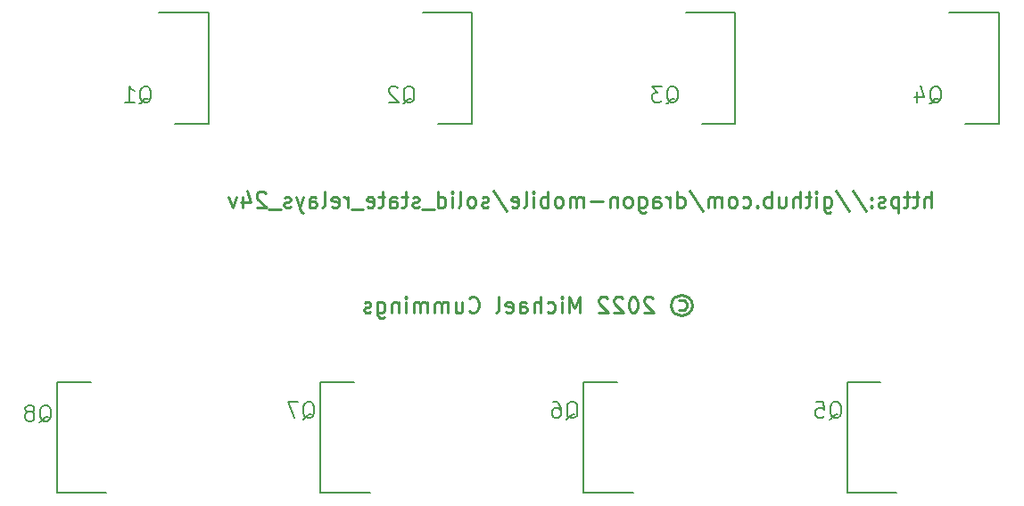
<source format=gbr>
G04 #@! TF.GenerationSoftware,KiCad,Pcbnew,(6.0.5)*
G04 #@! TF.CreationDate,2022-07-13T14:18:21-07:00*
G04 #@! TF.ProjectId,solid_state_relays_24v,736f6c69-645f-4737-9461-74655f72656c,0.0.10*
G04 #@! TF.SameCoordinates,PX2faf080PY8583b00*
G04 #@! TF.FileFunction,Legend,Bot*
G04 #@! TF.FilePolarity,Positive*
%FSLAX46Y46*%
G04 Gerber Fmt 4.6, Leading zero omitted, Abs format (unit mm)*
G04 Created by KiCad (PCBNEW (6.0.5)) date 2022-07-13 14:18:21*
%MOMM*%
%LPD*%
G01*
G04 APERTURE LIST*
%ADD10C,0.250000*%
%ADD11C,0.150000*%
%ADD12C,0.200000*%
G04 APERTURE END LIST*
D10*
X74285714Y40464286D02*
X74428571Y40535715D01*
X74714285Y40535715D01*
X74857142Y40464286D01*
X75000000Y40321429D01*
X75071428Y40178572D01*
X75071428Y39892858D01*
X75000000Y39750000D01*
X74857142Y39607143D01*
X74714285Y39535715D01*
X74428571Y39535715D01*
X74285714Y39607143D01*
X74571428Y41035715D02*
X74928571Y40964286D01*
X75285714Y40750000D01*
X75500000Y40392858D01*
X75571428Y40035715D01*
X75500000Y39678572D01*
X75285714Y39321429D01*
X74928571Y39107143D01*
X74571428Y39035715D01*
X74214285Y39107143D01*
X73857142Y39321429D01*
X73642857Y39678572D01*
X73571428Y40035715D01*
X73642857Y40392858D01*
X73857142Y40750000D01*
X74214285Y40964286D01*
X74571428Y41035715D01*
X71857142Y40678572D02*
X71785714Y40750000D01*
X71642857Y40821429D01*
X71285714Y40821429D01*
X71142857Y40750000D01*
X71071428Y40678572D01*
X71000000Y40535715D01*
X71000000Y40392858D01*
X71071428Y40178572D01*
X71928571Y39321429D01*
X71000000Y39321429D01*
X70071428Y40821429D02*
X69928571Y40821429D01*
X69785714Y40750000D01*
X69714285Y40678572D01*
X69642857Y40535715D01*
X69571428Y40250000D01*
X69571428Y39892858D01*
X69642857Y39607143D01*
X69714285Y39464286D01*
X69785714Y39392858D01*
X69928571Y39321429D01*
X70071428Y39321429D01*
X70214285Y39392858D01*
X70285714Y39464286D01*
X70357142Y39607143D01*
X70428571Y39892858D01*
X70428571Y40250000D01*
X70357142Y40535715D01*
X70285714Y40678572D01*
X70214285Y40750000D01*
X70071428Y40821429D01*
X69000000Y40678572D02*
X68928571Y40750000D01*
X68785714Y40821429D01*
X68428571Y40821429D01*
X68285714Y40750000D01*
X68214285Y40678572D01*
X68142857Y40535715D01*
X68142857Y40392858D01*
X68214285Y40178572D01*
X69071428Y39321429D01*
X68142857Y39321429D01*
X67571428Y40678572D02*
X67500000Y40750000D01*
X67357142Y40821429D01*
X67000000Y40821429D01*
X66857142Y40750000D01*
X66785714Y40678572D01*
X66714285Y40535715D01*
X66714285Y40392858D01*
X66785714Y40178572D01*
X67642857Y39321429D01*
X66714285Y39321429D01*
X64928571Y39321429D02*
X64928571Y40821429D01*
X64428571Y39750000D01*
X63928571Y40821429D01*
X63928571Y39321429D01*
X63214285Y39321429D02*
X63214285Y40321429D01*
X63214285Y40821429D02*
X63285714Y40750000D01*
X63214285Y40678572D01*
X63142857Y40750000D01*
X63214285Y40821429D01*
X63214285Y40678572D01*
X61857142Y39392858D02*
X62000000Y39321429D01*
X62285714Y39321429D01*
X62428571Y39392858D01*
X62500000Y39464286D01*
X62571428Y39607143D01*
X62571428Y40035715D01*
X62500000Y40178572D01*
X62428571Y40250000D01*
X62285714Y40321429D01*
X62000000Y40321429D01*
X61857142Y40250000D01*
X61214285Y39321429D02*
X61214285Y40821429D01*
X60571428Y39321429D02*
X60571428Y40107143D01*
X60642857Y40250000D01*
X60785714Y40321429D01*
X61000000Y40321429D01*
X61142857Y40250000D01*
X61214285Y40178572D01*
X59214285Y39321429D02*
X59214285Y40107143D01*
X59285714Y40250000D01*
X59428571Y40321429D01*
X59714285Y40321429D01*
X59857142Y40250000D01*
X59214285Y39392858D02*
X59357142Y39321429D01*
X59714285Y39321429D01*
X59857142Y39392858D01*
X59928571Y39535715D01*
X59928571Y39678572D01*
X59857142Y39821429D01*
X59714285Y39892858D01*
X59357142Y39892858D01*
X59214285Y39964286D01*
X57928571Y39392858D02*
X58071428Y39321429D01*
X58357142Y39321429D01*
X58500000Y39392858D01*
X58571428Y39535715D01*
X58571428Y40107143D01*
X58500000Y40250000D01*
X58357142Y40321429D01*
X58071428Y40321429D01*
X57928571Y40250000D01*
X57857142Y40107143D01*
X57857142Y39964286D01*
X58571428Y39821429D01*
X57000000Y39321429D02*
X57142857Y39392858D01*
X57214285Y39535715D01*
X57214285Y40821429D01*
X54428571Y39464286D02*
X54500000Y39392858D01*
X54714285Y39321429D01*
X54857142Y39321429D01*
X55071428Y39392858D01*
X55214285Y39535715D01*
X55285714Y39678572D01*
X55357142Y39964286D01*
X55357142Y40178572D01*
X55285714Y40464286D01*
X55214285Y40607143D01*
X55071428Y40750000D01*
X54857142Y40821429D01*
X54714285Y40821429D01*
X54500000Y40750000D01*
X54428571Y40678572D01*
X53142857Y40321429D02*
X53142857Y39321429D01*
X53785714Y40321429D02*
X53785714Y39535715D01*
X53714285Y39392858D01*
X53571428Y39321429D01*
X53357142Y39321429D01*
X53214285Y39392858D01*
X53142857Y39464286D01*
X52428571Y39321429D02*
X52428571Y40321429D01*
X52428571Y40178572D02*
X52357142Y40250000D01*
X52214285Y40321429D01*
X52000000Y40321429D01*
X51857142Y40250000D01*
X51785714Y40107143D01*
X51785714Y39321429D01*
X51785714Y40107143D02*
X51714285Y40250000D01*
X51571428Y40321429D01*
X51357142Y40321429D01*
X51214285Y40250000D01*
X51142857Y40107143D01*
X51142857Y39321429D01*
X50428571Y39321429D02*
X50428571Y40321429D01*
X50428571Y40178572D02*
X50357142Y40250000D01*
X50214285Y40321429D01*
X50000000Y40321429D01*
X49857142Y40250000D01*
X49785714Y40107143D01*
X49785714Y39321429D01*
X49785714Y40107143D02*
X49714285Y40250000D01*
X49571428Y40321429D01*
X49357142Y40321429D01*
X49214285Y40250000D01*
X49142857Y40107143D01*
X49142857Y39321429D01*
X48428571Y39321429D02*
X48428571Y40321429D01*
X48428571Y40821429D02*
X48500000Y40750000D01*
X48428571Y40678572D01*
X48357142Y40750000D01*
X48428571Y40821429D01*
X48428571Y40678572D01*
X47714285Y40321429D02*
X47714285Y39321429D01*
X47714285Y40178572D02*
X47642857Y40250000D01*
X47500000Y40321429D01*
X47285714Y40321429D01*
X47142857Y40250000D01*
X47071428Y40107143D01*
X47071428Y39321429D01*
X45714285Y40321429D02*
X45714285Y39107143D01*
X45785714Y38964286D01*
X45857142Y38892858D01*
X46000000Y38821429D01*
X46214285Y38821429D01*
X46357142Y38892858D01*
X45714285Y39392858D02*
X45857142Y39321429D01*
X46142857Y39321429D01*
X46285714Y39392858D01*
X46357142Y39464286D01*
X46428571Y39607143D01*
X46428571Y40035715D01*
X46357142Y40178572D01*
X46285714Y40250000D01*
X46142857Y40321429D01*
X45857142Y40321429D01*
X45714285Y40250000D01*
X45071428Y39392858D02*
X44928571Y39321429D01*
X44642857Y39321429D01*
X44500000Y39392858D01*
X44428571Y39535715D01*
X44428571Y39607143D01*
X44500000Y39750000D01*
X44642857Y39821429D01*
X44857142Y39821429D01*
X45000000Y39892858D01*
X45071428Y40035715D01*
X45071428Y40107143D01*
X45000000Y40250000D01*
X44857142Y40321429D01*
X44642857Y40321429D01*
X44500000Y40250000D01*
X98250000Y49321429D02*
X98250000Y50821429D01*
X97607142Y49321429D02*
X97607142Y50107143D01*
X97678571Y50250000D01*
X97821428Y50321429D01*
X98035714Y50321429D01*
X98178571Y50250000D01*
X98250000Y50178572D01*
X97107142Y50321429D02*
X96535714Y50321429D01*
X96892857Y50821429D02*
X96892857Y49535715D01*
X96821428Y49392858D01*
X96678571Y49321429D01*
X96535714Y49321429D01*
X96250000Y50321429D02*
X95678571Y50321429D01*
X96035714Y50821429D02*
X96035714Y49535715D01*
X95964285Y49392858D01*
X95821428Y49321429D01*
X95678571Y49321429D01*
X95178571Y50321429D02*
X95178571Y48821429D01*
X95178571Y50250000D02*
X95035714Y50321429D01*
X94750000Y50321429D01*
X94607142Y50250000D01*
X94535714Y50178572D01*
X94464285Y50035715D01*
X94464285Y49607143D01*
X94535714Y49464286D01*
X94607142Y49392858D01*
X94750000Y49321429D01*
X95035714Y49321429D01*
X95178571Y49392858D01*
X93892857Y49392858D02*
X93750000Y49321429D01*
X93464285Y49321429D01*
X93321428Y49392858D01*
X93250000Y49535715D01*
X93250000Y49607143D01*
X93321428Y49750000D01*
X93464285Y49821429D01*
X93678571Y49821429D01*
X93821428Y49892858D01*
X93892857Y50035715D01*
X93892857Y50107143D01*
X93821428Y50250000D01*
X93678571Y50321429D01*
X93464285Y50321429D01*
X93321428Y50250000D01*
X92607142Y49464286D02*
X92535714Y49392858D01*
X92607142Y49321429D01*
X92678571Y49392858D01*
X92607142Y49464286D01*
X92607142Y49321429D01*
X92607142Y50250000D02*
X92535714Y50178572D01*
X92607142Y50107143D01*
X92678571Y50178572D01*
X92607142Y50250000D01*
X92607142Y50107143D01*
X90821428Y50892858D02*
X92107142Y48964286D01*
X89250000Y50892858D02*
X90535714Y48964286D01*
X88107142Y50321429D02*
X88107142Y49107143D01*
X88178571Y48964286D01*
X88249999Y48892858D01*
X88392857Y48821429D01*
X88607142Y48821429D01*
X88749999Y48892858D01*
X88107142Y49392858D02*
X88249999Y49321429D01*
X88535714Y49321429D01*
X88678571Y49392858D01*
X88749999Y49464286D01*
X88821428Y49607143D01*
X88821428Y50035715D01*
X88749999Y50178572D01*
X88678571Y50250000D01*
X88535714Y50321429D01*
X88249999Y50321429D01*
X88107142Y50250000D01*
X87392857Y49321429D02*
X87392857Y50321429D01*
X87392857Y50821429D02*
X87464285Y50750000D01*
X87392857Y50678572D01*
X87321428Y50750000D01*
X87392857Y50821429D01*
X87392857Y50678572D01*
X86892857Y50321429D02*
X86321428Y50321429D01*
X86678571Y50821429D02*
X86678571Y49535715D01*
X86607142Y49392858D01*
X86464285Y49321429D01*
X86321428Y49321429D01*
X85821428Y49321429D02*
X85821428Y50821429D01*
X85178571Y49321429D02*
X85178571Y50107143D01*
X85249999Y50250000D01*
X85392857Y50321429D01*
X85607142Y50321429D01*
X85749999Y50250000D01*
X85821428Y50178572D01*
X83821428Y50321429D02*
X83821428Y49321429D01*
X84464285Y50321429D02*
X84464285Y49535715D01*
X84392857Y49392858D01*
X84249999Y49321429D01*
X84035714Y49321429D01*
X83892857Y49392858D01*
X83821428Y49464286D01*
X83107142Y49321429D02*
X83107142Y50821429D01*
X83107142Y50250000D02*
X82964285Y50321429D01*
X82678571Y50321429D01*
X82535714Y50250000D01*
X82464285Y50178572D01*
X82392857Y50035715D01*
X82392857Y49607143D01*
X82464285Y49464286D01*
X82535714Y49392858D01*
X82678571Y49321429D01*
X82964285Y49321429D01*
X83107142Y49392858D01*
X81749999Y49464286D02*
X81678571Y49392858D01*
X81749999Y49321429D01*
X81821428Y49392858D01*
X81749999Y49464286D01*
X81749999Y49321429D01*
X80392857Y49392858D02*
X80535714Y49321429D01*
X80821428Y49321429D01*
X80964285Y49392858D01*
X81035714Y49464286D01*
X81107142Y49607143D01*
X81107142Y50035715D01*
X81035714Y50178572D01*
X80964285Y50250000D01*
X80821428Y50321429D01*
X80535714Y50321429D01*
X80392857Y50250000D01*
X79535714Y49321429D02*
X79678571Y49392858D01*
X79749999Y49464286D01*
X79821428Y49607143D01*
X79821428Y50035715D01*
X79749999Y50178572D01*
X79678571Y50250000D01*
X79535714Y50321429D01*
X79321428Y50321429D01*
X79178571Y50250000D01*
X79107142Y50178572D01*
X79035714Y50035715D01*
X79035714Y49607143D01*
X79107142Y49464286D01*
X79178571Y49392858D01*
X79321428Y49321429D01*
X79535714Y49321429D01*
X78392857Y49321429D02*
X78392857Y50321429D01*
X78392857Y50178572D02*
X78321428Y50250000D01*
X78178571Y50321429D01*
X77964285Y50321429D01*
X77821428Y50250000D01*
X77749999Y50107143D01*
X77749999Y49321429D01*
X77749999Y50107143D02*
X77678571Y50250000D01*
X77535714Y50321429D01*
X77321428Y50321429D01*
X77178571Y50250000D01*
X77107142Y50107143D01*
X77107142Y49321429D01*
X75321428Y50892858D02*
X76607142Y48964286D01*
X74178571Y49321429D02*
X74178571Y50821429D01*
X74178571Y49392858D02*
X74321428Y49321429D01*
X74607142Y49321429D01*
X74749999Y49392858D01*
X74821428Y49464286D01*
X74892857Y49607143D01*
X74892857Y50035715D01*
X74821428Y50178572D01*
X74749999Y50250000D01*
X74607142Y50321429D01*
X74321428Y50321429D01*
X74178571Y50250000D01*
X73464285Y49321429D02*
X73464285Y50321429D01*
X73464285Y50035715D02*
X73392857Y50178572D01*
X73321428Y50250000D01*
X73178571Y50321429D01*
X73035714Y50321429D01*
X71892857Y49321429D02*
X71892857Y50107143D01*
X71964285Y50250000D01*
X72107142Y50321429D01*
X72392857Y50321429D01*
X72535714Y50250000D01*
X71892857Y49392858D02*
X72035714Y49321429D01*
X72392857Y49321429D01*
X72535714Y49392858D01*
X72607142Y49535715D01*
X72607142Y49678572D01*
X72535714Y49821429D01*
X72392857Y49892858D01*
X72035714Y49892858D01*
X71892857Y49964286D01*
X70535714Y50321429D02*
X70535714Y49107143D01*
X70607142Y48964286D01*
X70678571Y48892858D01*
X70821428Y48821429D01*
X71035714Y48821429D01*
X71178571Y48892858D01*
X70535714Y49392858D02*
X70678571Y49321429D01*
X70964285Y49321429D01*
X71107142Y49392858D01*
X71178571Y49464286D01*
X71249999Y49607143D01*
X71249999Y50035715D01*
X71178571Y50178572D01*
X71107142Y50250000D01*
X70964285Y50321429D01*
X70678571Y50321429D01*
X70535714Y50250000D01*
X69607142Y49321429D02*
X69749999Y49392858D01*
X69821428Y49464286D01*
X69892857Y49607143D01*
X69892857Y50035715D01*
X69821428Y50178572D01*
X69749999Y50250000D01*
X69607142Y50321429D01*
X69392857Y50321429D01*
X69249999Y50250000D01*
X69178571Y50178572D01*
X69107142Y50035715D01*
X69107142Y49607143D01*
X69178571Y49464286D01*
X69249999Y49392858D01*
X69392857Y49321429D01*
X69607142Y49321429D01*
X68464285Y50321429D02*
X68464285Y49321429D01*
X68464285Y50178572D02*
X68392857Y50250000D01*
X68249999Y50321429D01*
X68035714Y50321429D01*
X67892857Y50250000D01*
X67821428Y50107143D01*
X67821428Y49321429D01*
X67107142Y49892858D02*
X65964285Y49892858D01*
X65249999Y49321429D02*
X65249999Y50321429D01*
X65249999Y50178572D02*
X65178571Y50250000D01*
X65035714Y50321429D01*
X64821428Y50321429D01*
X64678571Y50250000D01*
X64607142Y50107143D01*
X64607142Y49321429D01*
X64607142Y50107143D02*
X64535714Y50250000D01*
X64392857Y50321429D01*
X64178571Y50321429D01*
X64035714Y50250000D01*
X63964285Y50107143D01*
X63964285Y49321429D01*
X63035714Y49321429D02*
X63178571Y49392858D01*
X63249999Y49464286D01*
X63321428Y49607143D01*
X63321428Y50035715D01*
X63249999Y50178572D01*
X63178571Y50250000D01*
X63035714Y50321429D01*
X62821428Y50321429D01*
X62678571Y50250000D01*
X62607142Y50178572D01*
X62535714Y50035715D01*
X62535714Y49607143D01*
X62607142Y49464286D01*
X62678571Y49392858D01*
X62821428Y49321429D01*
X63035714Y49321429D01*
X61892857Y49321429D02*
X61892857Y50821429D01*
X61892857Y50250000D02*
X61749999Y50321429D01*
X61464285Y50321429D01*
X61321428Y50250000D01*
X61249999Y50178572D01*
X61178571Y50035715D01*
X61178571Y49607143D01*
X61249999Y49464286D01*
X61321428Y49392858D01*
X61464285Y49321429D01*
X61749999Y49321429D01*
X61892857Y49392858D01*
X60535714Y49321429D02*
X60535714Y50321429D01*
X60535714Y50821429D02*
X60607142Y50750000D01*
X60535714Y50678572D01*
X60464285Y50750000D01*
X60535714Y50821429D01*
X60535714Y50678572D01*
X59607142Y49321429D02*
X59749999Y49392858D01*
X59821428Y49535715D01*
X59821428Y50821429D01*
X58464285Y49392858D02*
X58607142Y49321429D01*
X58892857Y49321429D01*
X59035714Y49392858D01*
X59107142Y49535715D01*
X59107142Y50107143D01*
X59035714Y50250000D01*
X58892857Y50321429D01*
X58607142Y50321429D01*
X58464285Y50250000D01*
X58392857Y50107143D01*
X58392857Y49964286D01*
X59107142Y49821429D01*
X56678571Y50892858D02*
X57964285Y48964286D01*
X56249999Y49392858D02*
X56107142Y49321429D01*
X55821428Y49321429D01*
X55678571Y49392858D01*
X55607142Y49535715D01*
X55607142Y49607143D01*
X55678571Y49750000D01*
X55821428Y49821429D01*
X56035714Y49821429D01*
X56178571Y49892858D01*
X56249999Y50035715D01*
X56249999Y50107143D01*
X56178571Y50250000D01*
X56035714Y50321429D01*
X55821428Y50321429D01*
X55678571Y50250000D01*
X54749999Y49321429D02*
X54892857Y49392858D01*
X54964285Y49464286D01*
X55035714Y49607143D01*
X55035714Y50035715D01*
X54964285Y50178572D01*
X54892857Y50250000D01*
X54749999Y50321429D01*
X54535714Y50321429D01*
X54392857Y50250000D01*
X54321428Y50178572D01*
X54249999Y50035715D01*
X54249999Y49607143D01*
X54321428Y49464286D01*
X54392857Y49392858D01*
X54535714Y49321429D01*
X54749999Y49321429D01*
X53392857Y49321429D02*
X53535714Y49392858D01*
X53607142Y49535715D01*
X53607142Y50821429D01*
X52821428Y49321429D02*
X52821428Y50321429D01*
X52821428Y50821429D02*
X52892857Y50750000D01*
X52821428Y50678572D01*
X52749999Y50750000D01*
X52821428Y50821429D01*
X52821428Y50678572D01*
X51464285Y49321429D02*
X51464285Y50821429D01*
X51464285Y49392858D02*
X51607142Y49321429D01*
X51892857Y49321429D01*
X52035714Y49392858D01*
X52107142Y49464286D01*
X52178571Y49607143D01*
X52178571Y50035715D01*
X52107142Y50178572D01*
X52035714Y50250000D01*
X51892857Y50321429D01*
X51607142Y50321429D01*
X51464285Y50250000D01*
X51107142Y49178572D02*
X49964285Y49178572D01*
X49678571Y49392858D02*
X49535714Y49321429D01*
X49249999Y49321429D01*
X49107142Y49392858D01*
X49035714Y49535715D01*
X49035714Y49607143D01*
X49107142Y49750000D01*
X49249999Y49821429D01*
X49464285Y49821429D01*
X49607142Y49892858D01*
X49678571Y50035715D01*
X49678571Y50107143D01*
X49607142Y50250000D01*
X49464285Y50321429D01*
X49249999Y50321429D01*
X49107142Y50250000D01*
X48607142Y50321429D02*
X48035714Y50321429D01*
X48392857Y50821429D02*
X48392857Y49535715D01*
X48321428Y49392858D01*
X48178571Y49321429D01*
X48035714Y49321429D01*
X46892857Y49321429D02*
X46892857Y50107143D01*
X46964285Y50250000D01*
X47107142Y50321429D01*
X47392857Y50321429D01*
X47535714Y50250000D01*
X46892857Y49392858D02*
X47035714Y49321429D01*
X47392857Y49321429D01*
X47535714Y49392858D01*
X47607142Y49535715D01*
X47607142Y49678572D01*
X47535714Y49821429D01*
X47392857Y49892858D01*
X47035714Y49892858D01*
X46892857Y49964286D01*
X46392857Y50321429D02*
X45821428Y50321429D01*
X46178571Y50821429D02*
X46178571Y49535715D01*
X46107142Y49392858D01*
X45964285Y49321429D01*
X45821428Y49321429D01*
X44749999Y49392858D02*
X44892857Y49321429D01*
X45178571Y49321429D01*
X45321428Y49392858D01*
X45392857Y49535715D01*
X45392857Y50107143D01*
X45321428Y50250000D01*
X45178571Y50321429D01*
X44892857Y50321429D01*
X44749999Y50250000D01*
X44678571Y50107143D01*
X44678571Y49964286D01*
X45392857Y49821429D01*
X44392857Y49178572D02*
X43249999Y49178572D01*
X42892857Y49321429D02*
X42892857Y50321429D01*
X42892857Y50035715D02*
X42821428Y50178572D01*
X42749999Y50250000D01*
X42607142Y50321429D01*
X42464285Y50321429D01*
X41392857Y49392858D02*
X41535714Y49321429D01*
X41821428Y49321429D01*
X41964285Y49392858D01*
X42035714Y49535715D01*
X42035714Y50107143D01*
X41964285Y50250000D01*
X41821428Y50321429D01*
X41535714Y50321429D01*
X41392857Y50250000D01*
X41321428Y50107143D01*
X41321428Y49964286D01*
X42035714Y49821429D01*
X40464285Y49321429D02*
X40607142Y49392858D01*
X40678571Y49535715D01*
X40678571Y50821429D01*
X39249999Y49321429D02*
X39249999Y50107143D01*
X39321428Y50250000D01*
X39464285Y50321429D01*
X39749999Y50321429D01*
X39892857Y50250000D01*
X39249999Y49392858D02*
X39392857Y49321429D01*
X39749999Y49321429D01*
X39892857Y49392858D01*
X39964285Y49535715D01*
X39964285Y49678572D01*
X39892857Y49821429D01*
X39749999Y49892858D01*
X39392857Y49892858D01*
X39249999Y49964286D01*
X38678571Y50321429D02*
X38321428Y49321429D01*
X37964285Y50321429D02*
X38321428Y49321429D01*
X38464285Y48964286D01*
X38535714Y48892858D01*
X38678571Y48821429D01*
X37464285Y49392858D02*
X37321428Y49321429D01*
X37035714Y49321429D01*
X36892857Y49392858D01*
X36821428Y49535715D01*
X36821428Y49607143D01*
X36892857Y49750000D01*
X37035714Y49821429D01*
X37249999Y49821429D01*
X37392857Y49892858D01*
X37464285Y50035715D01*
X37464285Y50107143D01*
X37392857Y50250000D01*
X37249999Y50321429D01*
X37035714Y50321429D01*
X36892857Y50250000D01*
X36535714Y49178572D02*
X35392857Y49178572D01*
X35107142Y50678572D02*
X35035714Y50750000D01*
X34892857Y50821429D01*
X34535714Y50821429D01*
X34392857Y50750000D01*
X34321428Y50678572D01*
X34249999Y50535715D01*
X34249999Y50392858D01*
X34321428Y50178572D01*
X35178571Y49321429D01*
X34249999Y49321429D01*
X32964285Y50321429D02*
X32964285Y49321429D01*
X33321428Y50892858D02*
X33678571Y49821429D01*
X32749999Y49821429D01*
X32321428Y50321429D02*
X31964285Y49321429D01*
X31607142Y50321429D01*
D11*
G04 #@! TO.C,Q5*
X88642857Y29178572D02*
X88785714Y29250000D01*
X88928571Y29392858D01*
X89142857Y29607143D01*
X89285714Y29678572D01*
X89428571Y29678572D01*
X89357142Y29321429D02*
X89500000Y29392858D01*
X89642857Y29535715D01*
X89714285Y29821429D01*
X89714285Y30321429D01*
X89642857Y30607143D01*
X89500000Y30750000D01*
X89357142Y30821429D01*
X89071428Y30821429D01*
X88928571Y30750000D01*
X88785714Y30607143D01*
X88714285Y30321429D01*
X88714285Y29821429D01*
X88785714Y29535715D01*
X88928571Y29392858D01*
X89071428Y29321429D01*
X89357142Y29321429D01*
X87357142Y30821429D02*
X88071428Y30821429D01*
X88142857Y30107143D01*
X88071428Y30178572D01*
X87928571Y30250000D01*
X87571428Y30250000D01*
X87428571Y30178572D01*
X87357142Y30107143D01*
X87285714Y29964286D01*
X87285714Y29607143D01*
X87357142Y29464286D01*
X87428571Y29392858D01*
X87571428Y29321429D01*
X87928571Y29321429D01*
X88071428Y29392858D01*
X88142857Y29464286D01*
G04 #@! TO.C,Q4*
X98142857Y59178572D02*
X98285714Y59250000D01*
X98428571Y59392858D01*
X98642857Y59607143D01*
X98785714Y59678572D01*
X98928571Y59678572D01*
X98857142Y59321429D02*
X99000000Y59392858D01*
X99142857Y59535715D01*
X99214285Y59821429D01*
X99214285Y60321429D01*
X99142857Y60607143D01*
X99000000Y60750000D01*
X98857142Y60821429D01*
X98571428Y60821429D01*
X98428571Y60750000D01*
X98285714Y60607143D01*
X98214285Y60321429D01*
X98214285Y59821429D01*
X98285714Y59535715D01*
X98428571Y59392858D01*
X98571428Y59321429D01*
X98857142Y59321429D01*
X96928571Y60321429D02*
X96928571Y59321429D01*
X97285714Y60892858D02*
X97642857Y59821429D01*
X96714285Y59821429D01*
G04 #@! TO.C,Q1*
X23142857Y59178572D02*
X23285714Y59250000D01*
X23428571Y59392858D01*
X23642857Y59607143D01*
X23785714Y59678572D01*
X23928571Y59678572D01*
X23857142Y59321429D02*
X24000000Y59392858D01*
X24142857Y59535715D01*
X24214285Y59821429D01*
X24214285Y60321429D01*
X24142857Y60607143D01*
X24000000Y60750000D01*
X23857142Y60821429D01*
X23571428Y60821429D01*
X23428571Y60750000D01*
X23285714Y60607143D01*
X23214285Y60321429D01*
X23214285Y59821429D01*
X23285714Y59535715D01*
X23428571Y59392858D01*
X23571428Y59321429D01*
X23857142Y59321429D01*
X21785714Y59321429D02*
X22642857Y59321429D01*
X22214285Y59321429D02*
X22214285Y60821429D01*
X22357142Y60607143D01*
X22500000Y60464286D01*
X22642857Y60392858D01*
G04 #@! TO.C,Q8*
X13642857Y28878572D02*
X13785714Y28950000D01*
X13928571Y29092858D01*
X14142857Y29307143D01*
X14285714Y29378572D01*
X14428571Y29378572D01*
X14357142Y29021429D02*
X14500000Y29092858D01*
X14642857Y29235715D01*
X14714285Y29521429D01*
X14714285Y30021429D01*
X14642857Y30307143D01*
X14500000Y30450000D01*
X14357142Y30521429D01*
X14071428Y30521429D01*
X13928571Y30450000D01*
X13785714Y30307143D01*
X13714285Y30021429D01*
X13714285Y29521429D01*
X13785714Y29235715D01*
X13928571Y29092858D01*
X14071428Y29021429D01*
X14357142Y29021429D01*
X12857142Y29878572D02*
X13000000Y29950000D01*
X13071428Y30021429D01*
X13142857Y30164286D01*
X13142857Y30235715D01*
X13071428Y30378572D01*
X13000000Y30450000D01*
X12857142Y30521429D01*
X12571428Y30521429D01*
X12428571Y30450000D01*
X12357142Y30378572D01*
X12285714Y30235715D01*
X12285714Y30164286D01*
X12357142Y30021429D01*
X12428571Y29950000D01*
X12571428Y29878572D01*
X12857142Y29878572D01*
X13000000Y29807143D01*
X13071428Y29735715D01*
X13142857Y29592858D01*
X13142857Y29307143D01*
X13071428Y29164286D01*
X13000000Y29092858D01*
X12857142Y29021429D01*
X12571428Y29021429D01*
X12428571Y29092858D01*
X12357142Y29164286D01*
X12285714Y29307143D01*
X12285714Y29592858D01*
X12357142Y29735715D01*
X12428571Y29807143D01*
X12571428Y29878572D01*
G04 #@! TO.C,Q2*
X48142857Y59178572D02*
X48285714Y59250000D01*
X48428571Y59392858D01*
X48642857Y59607143D01*
X48785714Y59678572D01*
X48928571Y59678572D01*
X48857142Y59321429D02*
X49000000Y59392858D01*
X49142857Y59535715D01*
X49214285Y59821429D01*
X49214285Y60321429D01*
X49142857Y60607143D01*
X49000000Y60750000D01*
X48857142Y60821429D01*
X48571428Y60821429D01*
X48428571Y60750000D01*
X48285714Y60607143D01*
X48214285Y60321429D01*
X48214285Y59821429D01*
X48285714Y59535715D01*
X48428571Y59392858D01*
X48571428Y59321429D01*
X48857142Y59321429D01*
X47642857Y60678572D02*
X47571428Y60750000D01*
X47428571Y60821429D01*
X47071428Y60821429D01*
X46928571Y60750000D01*
X46857142Y60678572D01*
X46785714Y60535715D01*
X46785714Y60392858D01*
X46857142Y60178572D01*
X47714285Y59321429D01*
X46785714Y59321429D01*
G04 #@! TO.C,Q3*
X73142857Y59178572D02*
X73285714Y59250000D01*
X73428571Y59392858D01*
X73642857Y59607143D01*
X73785714Y59678572D01*
X73928571Y59678572D01*
X73857142Y59321429D02*
X74000000Y59392858D01*
X74142857Y59535715D01*
X74214285Y59821429D01*
X74214285Y60321429D01*
X74142857Y60607143D01*
X74000000Y60750000D01*
X73857142Y60821429D01*
X73571428Y60821429D01*
X73428571Y60750000D01*
X73285714Y60607143D01*
X73214285Y60321429D01*
X73214285Y59821429D01*
X73285714Y59535715D01*
X73428571Y59392858D01*
X73571428Y59321429D01*
X73857142Y59321429D01*
X72714285Y60821429D02*
X71785714Y60821429D01*
X72285714Y60250000D01*
X72071428Y60250000D01*
X71928571Y60178572D01*
X71857142Y60107143D01*
X71785714Y59964286D01*
X71785714Y59607143D01*
X71857142Y59464286D01*
X71928571Y59392858D01*
X72071428Y59321429D01*
X72500000Y59321429D01*
X72642857Y59392858D01*
X72714285Y59464286D01*
G04 #@! TO.C,Q6*
X63642857Y29178572D02*
X63785714Y29250000D01*
X63928571Y29392858D01*
X64142857Y29607143D01*
X64285714Y29678572D01*
X64428571Y29678572D01*
X64357142Y29321429D02*
X64500000Y29392858D01*
X64642857Y29535715D01*
X64714285Y29821429D01*
X64714285Y30321429D01*
X64642857Y30607143D01*
X64500000Y30750000D01*
X64357142Y30821429D01*
X64071428Y30821429D01*
X63928571Y30750000D01*
X63785714Y30607143D01*
X63714285Y30321429D01*
X63714285Y29821429D01*
X63785714Y29535715D01*
X63928571Y29392858D01*
X64071428Y29321429D01*
X64357142Y29321429D01*
X62428571Y30821429D02*
X62714285Y30821429D01*
X62857142Y30750000D01*
X62928571Y30678572D01*
X63071428Y30464286D01*
X63142857Y30178572D01*
X63142857Y29607143D01*
X63071428Y29464286D01*
X63000000Y29392858D01*
X62857142Y29321429D01*
X62571428Y29321429D01*
X62428571Y29392858D01*
X62357142Y29464286D01*
X62285714Y29607143D01*
X62285714Y29964286D01*
X62357142Y30107143D01*
X62428571Y30178572D01*
X62571428Y30250000D01*
X62857142Y30250000D01*
X63000000Y30178572D01*
X63071428Y30107143D01*
X63142857Y29964286D01*
G04 #@! TO.C,Q7*
X38642857Y29178572D02*
X38785714Y29250000D01*
X38928571Y29392858D01*
X39142857Y29607143D01*
X39285714Y29678572D01*
X39428571Y29678572D01*
X39357142Y29321429D02*
X39500000Y29392858D01*
X39642857Y29535715D01*
X39714285Y29821429D01*
X39714285Y30321429D01*
X39642857Y30607143D01*
X39500000Y30750000D01*
X39357142Y30821429D01*
X39071428Y30821429D01*
X38928571Y30750000D01*
X38785714Y30607143D01*
X38714285Y30321429D01*
X38714285Y29821429D01*
X38785714Y29535715D01*
X38928571Y29392858D01*
X39071428Y29321429D01*
X39357142Y29321429D01*
X38214285Y30821429D02*
X37214285Y30821429D01*
X37857142Y29321429D01*
D12*
G04 #@! TO.C,Q5*
X94995000Y22190000D02*
X90305000Y22190000D01*
X90305000Y32730000D02*
X93500000Y32730000D01*
X90305000Y22190000D02*
X90305000Y32730000D01*
G04 #@! TO.C,Q4*
X104695000Y57270000D02*
X101500000Y57270000D01*
X100005000Y67810000D02*
X104695000Y67810000D01*
X104695000Y67810000D02*
X104695000Y57270000D01*
G04 #@! TO.C,Q1*
X29695000Y57270000D02*
X26500000Y57270000D01*
X29695000Y67810000D02*
X29695000Y57270000D01*
X25005000Y67810000D02*
X29695000Y67810000D01*
G04 #@! TO.C,Q8*
X15305000Y32730000D02*
X18500000Y32730000D01*
X15305000Y22190000D02*
X15305000Y32730000D01*
X19995000Y22190000D02*
X15305000Y22190000D01*
G04 #@! TO.C,Q2*
X50005000Y67810000D02*
X54695000Y67810000D01*
X54695000Y67810000D02*
X54695000Y57270000D01*
X54695000Y57270000D02*
X51500000Y57270000D01*
G04 #@! TO.C,Q3*
X79695000Y57270000D02*
X76500000Y57270000D01*
X79695000Y67810000D02*
X79695000Y57270000D01*
X75005000Y67810000D02*
X79695000Y67810000D01*
G04 #@! TO.C,Q6*
X65305000Y22190000D02*
X65305000Y32730000D01*
X69995000Y22190000D02*
X65305000Y22190000D01*
X65305000Y32730000D02*
X68500000Y32730000D01*
G04 #@! TO.C,Q7*
X40305000Y32730000D02*
X43500000Y32730000D01*
X40305000Y22190000D02*
X40305000Y32730000D01*
X44995000Y22190000D02*
X40305000Y22190000D01*
G04 #@! TD*
M02*

</source>
